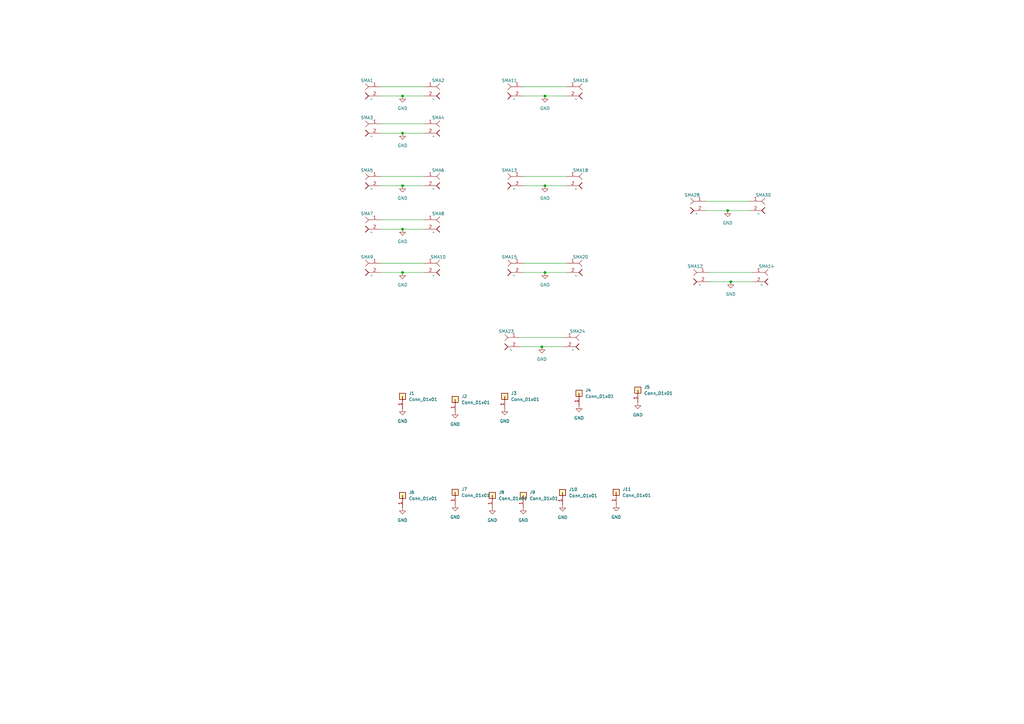
<source format=kicad_sch>
(kicad_sch (version 20231120) (generator "eeschema") (generator_version "8.0")
  (paper "A3")
  (lib_symbols
    (symbol "Connector_Generic:Conn_01x01" (pin_names (offset 1.016) hide)
      (property "Reference" "J" (at 0 2.54 0))
      (property "Value" "Conn_01x01" (at 0 -2.54 0))
      (symbol "Conn_01x01_1_1"
        (rectangle (start -1.27 0.127) (end 0 -0.127) (stroke (width 0.1524)))
        (rectangle (start -1.27 1.27) (end 1.27 -1.27) (stroke (width 0.254)) (fill (type background)))
        (pin passive line (at -5.08 0 0) (length 3.81) (name "Pin_1") (number "1"))
      )
    )
    (symbol "Radar:SMA"
      (property "Reference" "SMA" (at 1.27 -1.27 0))
      (symbol "SMA_0_1"
        (polyline (pts (xy -1.27 1.27) (xy -2.54 0)))
        (polyline (pts (xy -1.27 1.27) (xy -2.54 0)))
        (polyline (pts (xy -1.27 1.27) (xy -2.54 0)))
        (polyline (pts (xy -1.27 1.27) (xy -2.54 0)))
        (polyline (pts (xy -1.27 1.27) (xy -2.54 2.54)))
        (polyline (pts (xy -1.27 1.27) (xy -2.54 2.54)))
        (polyline (pts (xy -1.27 1.27) (xy -2.54 2.54)))
        (polyline (pts (xy -1.27 1.27) (xy -2.54 2.54)))
        (polyline (pts (xy -1.27 5.08) (xy -2.54 3.81)))
        (polyline (pts (xy -1.27 5.08) (xy -2.54 6.35)))
      )
      (symbol "SMA_1_1"
        (pin passive line (at 3.81 5.08 180) (length 5.08) (name "") (number "1"))
        (pin passive line (at 3.81 1.27 180) (length 5.08) (name "") (number "2"))
      )
    )
    (symbol "power:GND" (power) (pin_names (offset 0))
      (property "Value" "GND" (at 0 -3.81 0))
      (symbol "GND_0_1"
        (polyline (pts (xy 0 0) (xy 0 -1.27) (xy 1.27 -1.27) (xy 0 -2.54) (xy -1.27 -1.27) (xy 0 -1.27)))
      )
      (symbol "GND_1_1"
        (pin power_in line (at 0 0 270) (length 0) hide (name "GND") (number "1"))
      )
    )
  )
  (junction (at 165.1 54.61))
  (junction (at 223.52 111.76))
  (junction (at 165.1 76.2))
  (junction (at 222.25 142.24))
  (junction (at 165.1 39.37))
  (junction (at 299.72 115.57))
  (junction (at 223.52 39.37))
  (junction (at 223.52 76.2))
  (junction (at 165.1 93.98))
  (junction (at 165.1 111.76))
  (junction (at 298.45 86.36))
  (wire (pts (xy 214.63 107.95) (xy 232.41 107.95)))
  (wire (pts (xy 165.1 39.37) (xy 173.99 39.37)))
  (wire (pts (xy 165.1 111.76) (xy 156.21 111.76)))
  (wire (pts (xy 298.45 86.36) (xy 289.56 86.36)))
  (wire (pts (xy 156.21 90.17) (xy 173.99 90.17)))
  (wire (pts (xy 222.25 142.24) (xy 231.14 142.24)))
  (wire (pts (xy 165.1 54.61) (xy 173.99 54.61)))
  (wire (pts (xy 156.21 107.95) (xy 173.99 107.95)))
  (wire (pts (xy 223.52 111.76) (xy 232.41 111.76)))
  (wire (pts (xy 165.1 76.2) (xy 156.21 76.2)))
  (wire (pts (xy 223.52 76.2) (xy 232.41 76.2)))
  (wire (pts (xy 156.21 72.39) (xy 173.99 72.39)))
  (wire (pts (xy 223.52 111.76) (xy 214.63 111.76)))
  (wire (pts (xy 165.1 39.37) (xy 156.21 39.37)))
  (wire (pts (xy 213.36 138.43) (xy 231.14 138.43)))
  (wire (pts (xy 165.1 54.61) (xy 156.21 54.61)))
  (wire (pts (xy 156.21 35.56) (xy 173.99 35.56)))
  (wire (pts (xy 165.1 111.76) (xy 173.99 111.76)))
  (wire (pts (xy 290.83 111.76) (xy 308.61 111.76)))
  (wire (pts (xy 223.52 39.37) (xy 214.63 39.37)))
  (wire (pts (xy 289.56 82.55) (xy 307.34 82.55)))
  (wire (pts (xy 214.63 35.56) (xy 232.41 35.56)))
  (wire (pts (xy 165.1 93.98) (xy 156.21 93.98)))
  (wire (pts (xy 223.52 76.2) (xy 214.63 76.2)))
  (wire (pts (xy 223.52 39.37) (xy 232.41 39.37)))
  (wire (pts (xy 299.72 115.57) (xy 308.61 115.57)))
  (wire (pts (xy 156.21 50.8) (xy 173.99 50.8)))
  (wire (pts (xy 214.63 72.39) (xy 232.41 72.39)))
  (wire (pts (xy 165.1 76.2) (xy 173.99 76.2)))
  (wire (pts (xy 298.45 86.36) (xy 307.34 86.36)))
  (wire (pts (xy 165.1 93.98) (xy 173.99 93.98)))
  (wire (pts (xy 222.25 142.24) (xy 213.36 142.24)))
  (wire (pts (xy 299.72 115.57) (xy 290.83 115.57)))
  (symbol (lib_id "Radar:SMA") (at 285.75 87.63 0) (unit 1)
    (property "Reference" "SMA28" (at 283.845 80.01 0))
    (property "Value" "~" (at 285.75 87.63 0))
    (property "Footprint" "MUSIC_Lab:SMA_KHD" (effects (hide yes)))
  )
  (symbol (lib_id "Radar:SMA") (at 312.42 116.84 0) (mirror y) (unit 1)
    (property "Reference" "SMA14" (at 314.325 109.22 0))
    (property "Value" "~" (at 312.42 116.84 0))
    (property "Footprint" "MUSIC_Lab:SMA_KHD" (effects (hide yes)))
  )
  (symbol (lib_id "power:GND") (at 201.93 208.28 0) (unit 1)
    (property "Reference" "#PWR019" (effects (hide yes)))
    (property "Value" "GND" (at 201.93 213.36 0))
  )
  (symbol (lib_id "Radar:SMA") (at 236.22 113.03 0) (mirror y) (unit 1)
    (property "Reference" "SMA20" (at 238.125 105.41 0))
    (property "Value" "~" (at 236.22 113.03 0))
    (property "Footprint" "MUSIC_Lab:SMA_KHD" (effects (hide yes)))
  )
  (symbol (lib_id "power:GND") (at 165.1 76.2 0) (unit 1)
    (property "Reference" "#PWR03" (effects (hide yes)))
    (property "Value" "GND" (at 165.1 81.28 0))
  )
  (symbol (lib_id "Radar:SMA") (at 177.8 40.64 0) (mirror y) (unit 1)
    (property "Reference" "SMA2" (at 179.705 33.02 0))
    (property "Value" "~" (at 177.8 40.64 0))
    (property "Footprint" "MUSIC_Lab:SMA_Edge" (effects (hide yes)))
  )
  (symbol (lib_id "Radar:SMA") (at 177.8 55.88 0) (mirror y) (unit 1)
    (property "Reference" "SMA4" (at 179.705 48.26 0))
    (property "Value" "~" (at 177.8 55.88 0))
    (property "Footprint" "MUSIC_Lab:SMA_Edge" (effects (hide yes)))
  )
  (symbol (lib_id "power:GND") (at 222.25 142.24 0) (unit 1)
    (property "Reference" "#PWR012" (effects (hide yes)))
    (property "Value" "GND" (at 222.25 147.32 0))
  )
  (symbol (lib_id "power:GND") (at 165.1 208.28 0) (unit 1)
    (property "Reference" "#PWR017" (effects (hide yes)))
    (property "Value" "GND" (at 165.1 213.36 0))
  )
  (symbol (lib_id "Radar:SMA") (at 210.82 113.03 0) (unit 1)
    (property "Reference" "SMA15" (at 208.915 105.41 0))
    (property "Value" "~" (at 210.82 113.03 0))
    (property "Footprint" "MUSIC_Lab:SMA_KHD" (effects (hide yes)))
  )
  (symbol (lib_id "power:GND") (at 186.69 168.91 0) (unit 1)
    (property "Reference" "#PWR011" (effects (hide yes)))
    (property "Value" "GND" (at 186.69 173.99 0))
  )
  (symbol (lib_id "Radar:SMA") (at 209.55 143.51 0) (unit 1)
    (property "Reference" "SMA23" (at 207.645 135.89 0))
    (property "Value" "~" (at 209.55 143.51 0))
    (property "Footprint" "MUSIC_Lab:SMA_KHD" (effects (hide yes)))
  )
  (symbol (lib_id "Radar:SMA") (at 177.8 77.47 0) (mirror y) (unit 1)
    (property "Reference" "SMA6" (at 179.705 69.85 0))
    (property "Value" "~" (at 177.8 77.47 0))
    (property "Footprint" "MUSIC_Lab:SMA_Edge" (effects (hide yes)))
  )
  (symbol (lib_id "power:GND") (at 214.63 208.28 0) (unit 1)
    (property "Reference" "#PWR020" (effects (hide yes)))
    (property "Value" "GND" (at 214.63 213.36 0))
  )
  (symbol (lib_id "Radar:SMA") (at 152.4 55.88 0) (unit 1)
    (property "Reference" "SMA3" (at 150.495 48.26 0))
    (property "Value" "~" (at 152.4 55.88 0))
    (property "Footprint" "MUSIC_Lab:SMA_Edge" (effects (hide yes)))
  )
  (symbol (lib_id "Radar:SMA") (at 152.4 40.64 0) (unit 1)
    (property "Reference" "SMA1" (at 150.495 33.02 0))
    (property "Value" "~" (at 152.4 40.64 0))
    (property "Footprint" "MUSIC_Lab:SMA_Edge" (effects (hide yes)))
  )
  (symbol (lib_id "Radar:SMA") (at 236.22 40.64 0) (mirror y) (unit 1)
    (property "Reference" "SMA16" (at 238.125 33.02 0))
    (property "Value" "~" (at 236.22 40.64 0))
    (property "Footprint" "MUSIC_Lab:SMA_KHD" (effects (hide yes)))
  )
  (symbol (lib_id "Radar:SMA") (at 177.8 95.25 0) (mirror y) (unit 1)
    (property "Reference" "SMA8" (at 179.705 87.63 0))
    (property "Value" "~" (at 177.8 95.25 0))
    (property "Footprint" "MUSIC_Lab:SMA_Edge" (effects (hide yes)))
  )
  (symbol (lib_id "Radar:SMA") (at 236.22 77.47 0) (mirror y) (unit 1)
    (property "Reference" "SMA18" (at 238.125 69.85 0))
    (property "Value" "~" (at 236.22 77.47 0))
    (property "Footprint" "MUSIC_Lab:SMA_KHD" (effects (hide yes)))
  )
  (symbol (lib_id "power:GND") (at 237.49 166.37 0) (unit 1)
    (property "Reference" "#PWR014" (effects (hide yes)))
    (property "Value" "GND" (at 237.49 171.45 0))
  )
  (symbol (lib_id "Radar:SMA") (at 177.8 113.03 0) (mirror y) (unit 1)
    (property "Reference" "SMA10" (at 179.705 105.41 0))
    (property "Value" "~" (at 177.8 113.03 0))
    (property "Footprint" "MUSIC_Lab:SMA_Edge" (effects (hide yes)))
  )
  (symbol (lib_id "power:GND") (at 223.52 111.76 0) (unit 1)
    (property "Reference" "#PWR010" (effects (hide yes)))
    (property "Value" "GND" (at 223.52 116.84 0))
  )
  (symbol (lib_id "Connector_Generic:Conn_01x01") (at 214.63 203.2 90) (unit 1)
    (property "Reference" "J9" (at 217.17 201.9299 90) (effects (justify right)))
    (property "Value" "Conn_01x01" (at 217.17 204.4699 90) (effects (justify right)))
    (property "Footprint" "MUSIC_Lab:TL_V" (effects (hide yes)))
    (property "Description" "Generic connector, single row, 01x01, script generated (kicad-library-utils/schlib/autogen/connector/)" (effects (hide yes)))
  )
  (symbol (lib_id "Connector_Generic:Conn_01x01") (at 230.7435 202.0314 90) (unit 1)
    (property "Reference" "J10" (at 233.2835 200.7613 90) (effects (justify right)))
    (property "Value" "Conn_01x01" (at 233.2835 203.3013 90) (effects (justify right)))
    (property "Footprint" "MUSIC_Lab:TL_V" (effects (hide yes)))
    (property "Description" "Generic connector, single row, 01x01, script generated (kicad-library-utils/schlib/autogen/connector/)" (effects (hide yes)))
  )
  (symbol (lib_id "power:GND") (at 165.1 167.64 0) (unit 1)
    (property "Reference" "#PWR09" (effects (hide yes)))
    (property "Value" "GND" (at 165.1 172.72 0))
  )
  (symbol (lib_id "power:GND") (at 207.01 167.64 0) (unit 1)
    (property "Reference" "#PWR013" (effects (hide yes)))
    (property "Value" "GND" (at 207.01 172.72 0))
  )
  (symbol (lib_id "Connector_Generic:Conn_01x01") (at 237.49 161.29 90) (unit 1)
    (property "Reference" "J4" (at 240.03 160.0199 90) (effects (justify right)))
    (property "Value" "Conn_01x01" (at 240.03 162.5599 90) (effects (justify right)))
    (property "Footprint" "MUSIC_Lab:TL_H" (effects (hide yes)))
    (property "Description" "Generic connector, single row, 01x01, script generated (kicad-library-utils/schlib/autogen/connector/)" (effects (hide yes)))
  )
  (symbol (lib_id "power:GND") (at 298.45 86.36 0) (unit 1)
    (property "Reference" "#PWR015" (effects (hide yes)))
    (property "Value" "GND" (at 298.45 91.44 0))
  )
  (symbol (lib_id "power:GND") (at 165.1 39.37 0) (unit 1)
    (property "Reference" "#PWR01" (effects (hide yes)))
    (property "Value" "GND" (at 165.1 44.45 0))
  )
  (symbol (lib_id "Radar:SMA") (at 152.4 77.47 0) (unit 1)
    (property "Reference" "SMA5" (at 150.495 69.85 0))
    (property "Value" "~" (at 152.4 77.47 0))
    (property "Footprint" "MUSIC_Lab:SMA_Edge" (effects (hide yes)))
  )
  (symbol (lib_id "Radar:SMA") (at 234.95 143.51 0) (mirror y) (unit 1)
    (property "Reference" "SMA24" (at 236.855 135.89 0))
    (property "Value" "~" (at 234.95 143.51 0))
    (property "Footprint" "MUSIC_Lab:SMA_KHD" (effects (hide yes)))
  )
  (symbol (lib_id "Radar:SMA") (at 210.82 40.64 0) (unit 1)
    (property "Reference" "SMA11" (at 208.915 33.02 0))
    (property "Value" "~" (at 210.82 40.64 0))
    (property "Footprint" "MUSIC_Lab:SMA_KHD" (effects (hide yes)))
  )
  (symbol (lib_id "power:GND") (at 165.1 93.98 0) (unit 1)
    (property "Reference" "#PWR04" (effects (hide yes)))
    (property "Value" "GND" (at 165.1 99.06 0))
  )
  (symbol (lib_id "Radar:SMA") (at 311.15 87.63 0) (mirror y) (unit 1)
    (property "Reference" "SMA30" (at 313.055 80.01 0))
    (property "Value" "~" (at 311.15 87.63 0))
    (property "Footprint" "MUSIC_Lab:SMA_KHD" (effects (hide yes)))
  )
  (symbol (lib_id "Connector_Generic:Conn_01x01") (at 165.1 203.2 90) (unit 1)
    (property "Reference" "J6" (at 167.64 201.9299 90) (effects (justify right)))
    (property "Value" "Conn_01x01" (at 167.64 204.4699 90) (effects (justify right)))
    (property "Footprint" "MUSIC_Lab:TL_V" (effects (hide yes)))
    (property "Description" "Generic connector, single row, 01x01, script generated (kicad-library-utils/schlib/autogen/connector/)" (effects (hide yes)))
  )
  (symbol (lib_id "power:GND") (at 186.69 207.01 0) (unit 1)
    (property "Reference" "#PWR018" (effects (hide yes)))
    (property "Value" "GND" (at 186.69 212.09 0))
  )
  (symbol (lib_id "Connector_Generic:Conn_01x01") (at 165.1 162.56 90) (unit 1)
    (property "Reference" "J1" (at 167.64 161.2899 90) (effects (justify right)))
    (property "Value" "Conn_01x01" (at 167.64 163.8299 90) (effects (justify right)))
    (property "Footprint" "MUSIC_Lab:TL_H" (effects (hide yes)))
    (property "Description" "Generic connector, single row, 01x01, script generated (kicad-library-utils/schlib/autogen/connector/)" (effects (hide yes)))
  )
  (symbol (lib_id "Connector_Generic:Conn_01x01") (at 261.62 160.02 90) (unit 1)
    (property "Reference" "J5" (at 264.16 158.7499 90) (effects (justify right)))
    (property "Value" "Conn_01x01" (at 264.16 161.2899 90) (effects (justify right)))
    (property "Footprint" "MUSIC_Lab:TL_H" (effects (hide yes)))
    (property "Description" "Generic connector, single row, 01x01, script generated (kicad-library-utils/schlib/autogen/connector/)" (effects (hide yes)))
  )
  (symbol (lib_id "Radar:SMA") (at 210.82 77.47 0) (unit 1)
    (property "Reference" "SMA13" (at 208.915 69.85 0))
    (property "Value" "~" (at 210.82 77.47 0))
    (property "Footprint" "MUSIC_Lab:SMA_KHD" (effects (hide yes)))
  )
  (symbol (lib_id "Connector_Generic:Conn_01x01") (at 186.69 163.83 90) (unit 1)
    (property "Reference" "J2" (at 189.23 162.5599 90) (effects (justify right)))
    (property "Value" "Conn_01x01" (at 189.23 165.0999 90) (effects (justify right)))
    (property "Footprint" "MUSIC_Lab:TL_H" (effects (hide yes)))
    (property "Description" "Generic connector, single row, 01x01, script generated (kicad-library-utils/schlib/autogen/connector/)" (effects (hide yes)))
  )
  (symbol (lib_id "Radar:SMA") (at 287.02 116.84 0) (unit 1)
    (property "Reference" "SMA12" (at 285.115 109.22 0))
    (property "Value" "~" (at 287.02 116.84 0))
    (property "Footprint" "MUSIC_Lab:SMA_KHD" (effects (hide yes)))
  )
  (symbol (lib_id "power:GND") (at 223.52 39.37 0) (unit 1)
    (property "Reference" "#PWR06" (effects (hide yes)))
    (property "Value" "GND" (at 223.52 44.45 0))
  )
  (symbol (lib_id "power:GND") (at 223.52 76.2 0) (unit 1)
    (property "Reference" "#PWR08" (effects (hide yes)))
    (property "Value" "GND" (at 223.52 81.28 0))
  )
  (symbol (lib_id "Radar:SMA") (at 152.4 113.03 0) (unit 1)
    (property "Reference" "SMA9" (at 150.495 105.41 0))
    (property "Value" "~" (at 152.4 113.03 0))
    (property "Footprint" "MUSIC_Lab:SMA_Edge" (effects (hide yes)))
  )
  (symbol (lib_id "Connector_Generic:Conn_01x01") (at 252.73 201.93 90) (unit 1)
    (property "Reference" "J11" (at 255.27 200.6599 90) (effects (justify right)))
    (property "Value" "Conn_01x01" (at 255.27 203.1999 90) (effects (justify right)))
    (property "Footprint" "MUSIC_Lab:TL_V" (effects (hide yes)))
    (property "Description" "Generic connector, single row, 01x01, script generated (kicad-library-utils/schlib/autogen/connector/)" (effects (hide yes)))
  )
  (symbol (lib_id "power:GND") (at 261.62 165.1 0) (unit 1)
    (property "Reference" "#PWR016" (effects (hide yes)))
    (property "Value" "GND" (at 261.62 170.18 0))
  )
  (symbol (lib_id "power:GND") (at 165.1 111.76 0) (unit 1)
    (property "Reference" "#PWR05" (effects (hide yes)))
    (property "Value" "GND" (at 165.1 116.84 0))
  )
  (symbol (lib_id "Connector_Generic:Conn_01x01") (at 207.01 162.56 90) (unit 1)
    (property "Reference" "J3" (at 209.55 161.2899 90) (effects (justify right)))
    (property "Value" "Conn_01x01" (at 209.55 163.8299 90) (effects (justify right)))
    (property "Footprint" "MUSIC_Lab:TL_H" (effects (hide yes)))
    (property "Description" "Generic connector, single row, 01x01, script generated (kicad-library-utils/schlib/autogen/connector/)" (effects (hide yes)))
  )
  (symbol (lib_id "power:GND") (at 299.72 115.57 0) (unit 1)
    (property "Reference" "#PWR07" (effects (hide yes)))
    (property "Value" "GND" (at 299.72 120.65 0))
  )
  (symbol (lib_id "power:GND") (at 252.73 207.01 0) (unit 1)
    (property "Reference" "#PWR022" (effects (hide yes)))
    (property "Value" "GND" (at 252.73 212.09 0))
  )
  (symbol (lib_id "Connector_Generic:Conn_01x01") (at 201.93 203.2 90) (unit 1)
    (property "Reference" "J8" (at 204.47 201.9299 90) (effects (justify right)))
    (property "Value" "Conn_01x01" (at 204.47 204.4699 90) (effects (justify right)))
    (property "Footprint" "MUSIC_Lab:TL_V" (effects (hide yes)))
    (property "Description" "Generic connector, single row, 01x01, script generated (kicad-library-utils/schlib/autogen/connector/)" (effects (hide yes)))
  )
  (symbol (lib_id "power:GND") (at 165.1 54.61 0) (unit 1)
    (property "Reference" "#PWR02" (effects (hide yes)))
    (property "Value" "GND" (at 165.1 59.69 0))
  )
  (symbol (lib_id "Connector_Generic:Conn_01x01") (at 186.69 201.93 90) (unit 1)
    (property "Reference" "J7" (at 189.23 200.6599 90) (effects (justify right)))
    (property "Value" "Conn_01x01" (at 189.23 203.1999 90) (effects (justify right)))
    (property "Footprint" "MUSIC_Lab:TL_V" (effects (hide yes)))
    (property "Description" "Generic connector, single row, 01x01, script generated (kicad-library-utils/schlib/autogen/connector/)" (effects (hide yes)))
  )
  (symbol (lib_id "power:GND") (at 230.7435 207.1114 0) (unit 1)
    (property "Reference" "#PWR021" (effects (hide yes)))
    (property "Value" "GND" (at 230.7435 212.1914 0))
  )
  (symbol (lib_id "Radar:SMA") (at 152.4 95.25 0) (unit 1)
    (property "Reference" "SMA7" (at 150.495 87.63 0))
    (property "Value" "~" (at 152.4 95.25 0))
    (property "Footprint" "MUSIC_Lab:SMA_Edge" (effects (hide yes)))
  )
)
</source>
